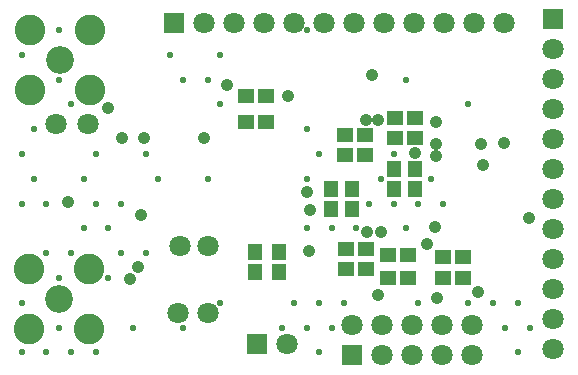
<source format=gbs>
%FSLAX43Y43*%
%MOMM*%
G71*
G01*
G75*
G04 Layer_Color=16711935*
%ADD10R,1.000X1.100*%
%ADD11R,1.100X1.000*%
%ADD12R,1.700X1.100*%
%ADD13R,1.150X0.450*%
%ADD14R,1.500X1.500*%
%ADD15R,2.541X1.500*%
%ADD16R,0.350X1.200*%
%ADD17R,0.700X1.500*%
%ADD18O,0.700X1.500*%
%ADD19O,0.300X1.800*%
%ADD20O,1.800X0.300*%
%ADD21R,1.500X0.600*%
%ADD22O,1.500X0.600*%
%ADD23C,0.254*%
%ADD24C,1.000*%
%ADD25C,0.500*%
%ADD26C,0.762*%
%ADD27C,1.500*%
%ADD28C,2.032*%
%ADD29C,2.286*%
%ADD30R,1.500X1.500*%
%ADD31C,0.254*%
%ADD32C,1.016*%
%ADD33C,1.524*%
%ADD34C,1.916*%
G04:AMPARAMS|DCode=35|XSize=2.424mm|YSize=2.424mm|CornerRadius=0mm|HoleSize=0mm|Usage=FLASHONLY|Rotation=0.000|XOffset=0mm|YOffset=0mm|HoleType=Round|Shape=Relief|Width=0.254mm|Gap=0.254mm|Entries=4|*
%AMTHD35*
7,0,0,2.424,1.916,0.254,45*
%
%ADD35THD35*%
%ADD36C,2.516*%
%ADD37C,2.718*%
G04:AMPARAMS|DCode=38|XSize=2.032mm|YSize=2.032mm|CornerRadius=0mm|HoleSize=0mm|Usage=FLASHONLY|Rotation=0.000|XOffset=0mm|YOffset=0mm|HoleType=Round|Shape=Relief|Width=0.254mm|Gap=0.254mm|Entries=4|*
%AMTHD38*
7,0,0,2.032,1.524,0.254,45*
%
%ADD38THD38*%
%ADD39C,1.219*%
%ADD40C,0.200*%
%ADD41C,0.250*%
%ADD42C,0.600*%
%ADD43C,0.102*%
%ADD44C,0.100*%
%ADD45R,1.305X1.405*%
%ADD46R,1.405X1.305*%
%ADD47R,2.005X1.405*%
%ADD48R,1.455X0.755*%
%ADD49R,1.805X1.805*%
%ADD50R,2.846X1.805*%
%ADD51R,0.655X1.505*%
%ADD52R,1.005X1.805*%
%ADD53O,1.005X1.805*%
%ADD54O,0.605X2.105*%
%ADD55O,2.105X0.605*%
%ADD56R,1.805X0.905*%
%ADD57O,1.805X0.905*%
%ADD58C,1.067*%
%ADD59C,1.805*%
%ADD60C,2.337*%
%ADD61C,2.591*%
%ADD62R,1.805X1.805*%
%ADD63C,0.559*%
D45*
X60960Y53721D02*
D03*
Y55421D02*
D03*
X62738Y53721D02*
D03*
Y55421D02*
D03*
X49149Y46736D02*
D03*
Y48436D02*
D03*
X51181Y46736D02*
D03*
Y48436D02*
D03*
X55626Y53721D02*
D03*
Y52021D02*
D03*
X57404Y53721D02*
D03*
Y52021D02*
D03*
D46*
X62738Y58039D02*
D03*
X61038D02*
D03*
X62725Y59775D02*
D03*
X61025D02*
D03*
X56769Y56642D02*
D03*
X58469D02*
D03*
X56769Y58293D02*
D03*
X58469D02*
D03*
X66800Y48000D02*
D03*
X65100D02*
D03*
X66802Y46228D02*
D03*
X65102D02*
D03*
X62100Y48125D02*
D03*
X60400D02*
D03*
X62103Y46228D02*
D03*
X60403D02*
D03*
X56896Y48641D02*
D03*
X58596D02*
D03*
X56896Y46990D02*
D03*
X58596D02*
D03*
X48387Y59436D02*
D03*
X50087D02*
D03*
X48387Y61595D02*
D03*
X50087D02*
D03*
D49*
X57350Y39650D02*
D03*
X49325Y40600D02*
D03*
X42275Y67775D02*
D03*
D58*
X64550Y44500D02*
D03*
X59825Y50075D02*
D03*
X68050Y45050D02*
D03*
X62738Y56769D02*
D03*
X36703Y60594D02*
D03*
X68453Y55753D02*
D03*
X72350Y51300D02*
D03*
X53594Y53467D02*
D03*
X64389Y50546D02*
D03*
X70231Y57658D02*
D03*
X64516Y59436D02*
D03*
X39243Y47117D02*
D03*
X39475Y51525D02*
D03*
X46800Y62550D02*
D03*
X44831Y58039D02*
D03*
X38608Y46101D02*
D03*
X64516Y56515D02*
D03*
Y57531D02*
D03*
X68326D02*
D03*
X59563Y59563D02*
D03*
X58547D02*
D03*
X63725Y49050D02*
D03*
X59555Y44790D02*
D03*
X58625Y50100D02*
D03*
X51943Y61595D02*
D03*
X53760Y48475D02*
D03*
X53848Y51943D02*
D03*
X37875Y58050D02*
D03*
X33325Y52600D02*
D03*
X39725Y58025D02*
D03*
X59075Y63425D02*
D03*
D59*
X67510Y42190D02*
D03*
Y39650D02*
D03*
X64970Y42190D02*
D03*
Y39650D02*
D03*
X62430Y42190D02*
D03*
Y39650D02*
D03*
X59890Y42190D02*
D03*
Y39650D02*
D03*
X57350Y42190D02*
D03*
X32325Y59250D02*
D03*
X45225Y43200D02*
D03*
X45175Y48925D02*
D03*
X51865Y40600D02*
D03*
X35025Y59250D02*
D03*
X44815Y67775D02*
D03*
X47355D02*
D03*
X49895D02*
D03*
X52435D02*
D03*
X54975D02*
D03*
X57515D02*
D03*
X60055D02*
D03*
X62595D02*
D03*
X65135D02*
D03*
X67675D02*
D03*
X70215D02*
D03*
X74425Y65560D02*
D03*
Y63020D02*
D03*
Y60480D02*
D03*
Y57940D02*
D03*
Y55400D02*
D03*
Y52860D02*
D03*
Y50320D02*
D03*
Y47780D02*
D03*
Y45240D02*
D03*
Y42700D02*
D03*
Y40160D02*
D03*
X42775Y48925D02*
D03*
X42675Y43200D02*
D03*
D60*
X32575Y44425D02*
D03*
X32639Y64643D02*
D03*
D61*
X30035Y46965D02*
D03*
X35115D02*
D03*
Y41885D02*
D03*
X30035D02*
D03*
X30099Y67183D02*
D03*
X35179D02*
D03*
Y62103D02*
D03*
X30099D02*
D03*
D62*
X74425Y68100D02*
D03*
D63*
X71400Y44100D02*
D03*
X72450Y42000D02*
D03*
X71400Y39900D02*
D03*
X69300Y44100D02*
D03*
X70350Y42000D02*
D03*
X67200Y60900D02*
D03*
Y44100D02*
D03*
X65100Y52500D02*
D03*
X64050Y54600D02*
D03*
X63000Y52500D02*
D03*
Y44100D02*
D03*
X61950Y63000D02*
D03*
X60900Y56700D02*
D03*
Y52500D02*
D03*
X61950Y50400D02*
D03*
X59850Y54600D02*
D03*
X58800Y52500D02*
D03*
X57750Y50400D02*
D03*
X56700Y44100D02*
D03*
X54600Y56700D02*
D03*
X55650Y50400D02*
D03*
X54600Y44100D02*
D03*
X55650Y42000D02*
D03*
X54600Y39900D02*
D03*
X53550Y67200D02*
D03*
Y58800D02*
D03*
Y54600D02*
D03*
Y50400D02*
D03*
X52500Y44100D02*
D03*
X53550Y42000D02*
D03*
X51450D02*
D03*
X46200Y65100D02*
D03*
Y60900D02*
D03*
Y44100D02*
D03*
X45150Y63000D02*
D03*
Y54600D02*
D03*
X42000Y65100D02*
D03*
X43050Y63000D02*
D03*
Y42000D02*
D03*
X39900Y56700D02*
D03*
X40950Y54600D02*
D03*
X39900Y48300D02*
D03*
X37800Y52500D02*
D03*
Y48300D02*
D03*
X38850Y42000D02*
D03*
X35700Y56700D02*
D03*
Y52500D02*
D03*
X36750Y50400D02*
D03*
Y46200D02*
D03*
X35700Y39900D02*
D03*
X33600Y60900D02*
D03*
X34650Y54600D02*
D03*
Y50400D02*
D03*
X33600Y48300D02*
D03*
Y39900D02*
D03*
X32550Y67200D02*
D03*
Y63000D02*
D03*
X31500Y52500D02*
D03*
Y48300D02*
D03*
X32550Y46200D02*
D03*
Y42000D02*
D03*
X31500Y39900D02*
D03*
X29400Y65100D02*
D03*
X30450Y58800D02*
D03*
X29400Y56700D02*
D03*
X30450Y54600D02*
D03*
X29400Y52500D02*
D03*
Y44100D02*
D03*
Y39900D02*
D03*
M02*

</source>
